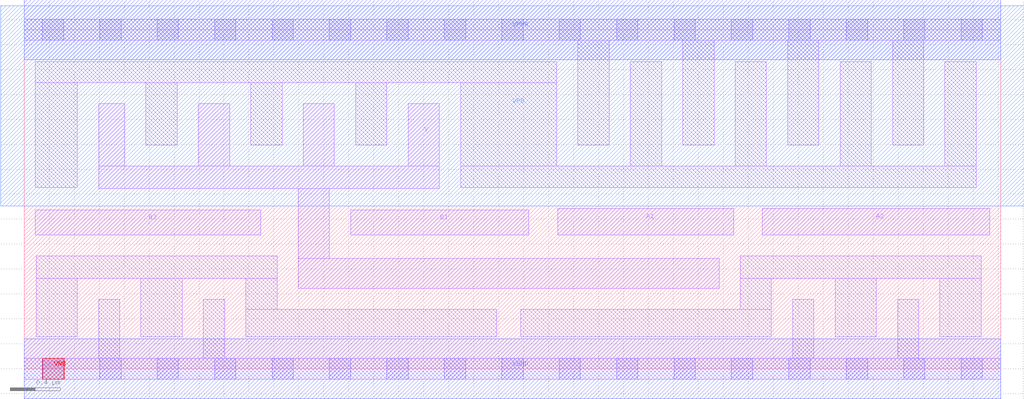
<source format=lef>
# Copyright 2020 The SkyWater PDK Authors
#
# Licensed under the Apache License, Version 2.0 (the "License");
# you may not use this file except in compliance with the License.
# You may obtain a copy of the License at
#
#     https://www.apache.org/licenses/LICENSE-2.0
#
# Unless required by applicable law or agreed to in writing, software
# distributed under the License is distributed on an "AS IS" BASIS,
# WITHOUT WARRANTIES OR CONDITIONS OF ANY KIND, either express or implied.
# See the License for the specific language governing permissions and
# limitations under the License.
#
# SPDX-License-Identifier: Apache-2.0

VERSION 5.7 ;
  NOWIREEXTENSIONATPIN ON ;
  DIVIDERCHAR "/" ;
  BUSBITCHARS "[]" ;
MACRO sky130_fd_sc_hd__a22oi_4
  CLASS CORE ;
  FOREIGN sky130_fd_sc_hd__a22oi_4 ;
  ORIGIN  0.000000  0.000000 ;
  SIZE  7.820000 BY  2.720000 ;
  SYMMETRY X Y R90 ;
  SITE unithd ;
  PIN A1
    ANTENNAGATEAREA  0.990000 ;
    DIRECTION INPUT ;
    USE SIGNAL ;
    PORT
      LAYER li1 ;
        RECT 4.275000 1.075000 5.685000 1.285000 ;
    END
  END A1
  PIN A2
    ANTENNAGATEAREA  0.990000 ;
    DIRECTION INPUT ;
    USE SIGNAL ;
    PORT
      LAYER li1 ;
        RECT 5.910000 1.075000 7.735000 1.285000 ;
    END
  END A2
  PIN B1
    ANTENNAGATEAREA  0.990000 ;
    DIRECTION INPUT ;
    USE SIGNAL ;
    PORT
      LAYER li1 ;
        RECT 2.615000 1.075000 4.040000 1.275000 ;
    END
  END B1
  PIN B2
    ANTENNAGATEAREA  0.990000 ;
    DIRECTION INPUT ;
    USE SIGNAL ;
    PORT
      LAYER li1 ;
        RECT 0.090000 1.075000 1.895000 1.275000 ;
    END
  END B2
  PIN Y
    ANTENNADIFFAREA  1.782000 ;
    DIRECTION OUTPUT ;
    USE SIGNAL ;
    PORT
      LAYER li1 ;
        RECT 0.595000 1.445000 3.325000 1.625000 ;
        RECT 0.595000 1.625000 0.805000 2.125000 ;
        RECT 1.395000 1.625000 1.645000 2.125000 ;
        RECT 2.195000 0.645000 5.565000 0.885000 ;
        RECT 2.195000 0.885000 2.445000 1.445000 ;
        RECT 2.235000 1.625000 2.485000 2.125000 ;
        RECT 3.075000 1.625000 3.325000 2.125000 ;
    END
  END Y
  PIN VGND
    DIRECTION INOUT ;
    SHAPE ABUTMENT ;
    USE GROUND ;
    PORT
      LAYER met1 ;
        RECT 0.000000 -0.240000 7.820000 0.240000 ;
    END
  END VGND
  PIN VNB
    DIRECTION INOUT ;
    USE GROUND ;
    PORT
      LAYER pwell ;
        RECT 0.150000 -0.085000 0.320000 0.085000 ;
    END
  END VNB
  PIN VPB
    DIRECTION INOUT ;
    USE POWER ;
    PORT
      LAYER nwell ;
        RECT -0.190000 1.305000 8.010000 2.910000 ;
    END
  END VPB
  PIN VPWR
    DIRECTION INOUT ;
    SHAPE ABUTMENT ;
    USE POWER ;
    PORT
      LAYER met1 ;
        RECT 0.000000 2.480000 7.820000 2.960000 ;
    END
  END VPWR
  OBS
    LAYER li1 ;
      RECT 0.000000 -0.085000 7.820000 0.085000 ;
      RECT 0.000000  2.635000 7.820000 2.805000 ;
      RECT 0.090000  1.455000 0.425000 2.295000 ;
      RECT 0.090000  2.295000 4.265000 2.465000 ;
      RECT 0.095000  0.255000 0.425000 0.725000 ;
      RECT 0.095000  0.725000 2.025000 0.905000 ;
      RECT 0.595000  0.085000 0.765000 0.555000 ;
      RECT 0.935000  0.255000 1.265000 0.725000 ;
      RECT 0.975000  1.795000 1.225000 2.295000 ;
      RECT 1.435000  0.085000 1.605000 0.555000 ;
      RECT 1.775000  0.255000 3.785000 0.475000 ;
      RECT 1.775000  0.475000 2.025000 0.725000 ;
      RECT 1.815000  1.795000 2.065000 2.295000 ;
      RECT 2.655000  1.795000 2.905000 2.295000 ;
      RECT 3.495000  1.455000 7.625000 1.625000 ;
      RECT 3.495000  1.625000 4.265000 2.295000 ;
      RECT 3.975000  0.255000 5.985000 0.475000 ;
      RECT 4.435000  1.795000 4.685000 2.635000 ;
      RECT 4.855000  1.625000 5.105000 2.465000 ;
      RECT 5.275000  1.795000 5.525000 2.635000 ;
      RECT 5.695000  1.625000 5.945000 2.465000 ;
      RECT 5.735000  0.475000 5.985000 0.725000 ;
      RECT 5.735000  0.725000 7.665000 0.905000 ;
      RECT 6.115000  1.795000 6.365000 2.635000 ;
      RECT 6.155000  0.085000 6.325000 0.555000 ;
      RECT 6.495000  0.255000 6.825000 0.725000 ;
      RECT 6.535000  1.625000 6.785000 2.465000 ;
      RECT 6.955000  1.795000 7.205000 2.635000 ;
      RECT 6.995000  0.085000 7.165000 0.555000 ;
      RECT 7.335000  0.255000 7.665000 0.725000 ;
      RECT 7.375000  1.625000 7.625000 2.465000 ;
    LAYER mcon ;
      RECT 0.145000 -0.085000 0.315000 0.085000 ;
      RECT 0.145000  2.635000 0.315000 2.805000 ;
      RECT 0.605000 -0.085000 0.775000 0.085000 ;
      RECT 0.605000  2.635000 0.775000 2.805000 ;
      RECT 1.065000 -0.085000 1.235000 0.085000 ;
      RECT 1.065000  2.635000 1.235000 2.805000 ;
      RECT 1.525000 -0.085000 1.695000 0.085000 ;
      RECT 1.525000  2.635000 1.695000 2.805000 ;
      RECT 1.985000 -0.085000 2.155000 0.085000 ;
      RECT 1.985000  2.635000 2.155000 2.805000 ;
      RECT 2.445000 -0.085000 2.615000 0.085000 ;
      RECT 2.445000  2.635000 2.615000 2.805000 ;
      RECT 2.905000 -0.085000 3.075000 0.085000 ;
      RECT 2.905000  2.635000 3.075000 2.805000 ;
      RECT 3.365000 -0.085000 3.535000 0.085000 ;
      RECT 3.365000  2.635000 3.535000 2.805000 ;
      RECT 3.825000 -0.085000 3.995000 0.085000 ;
      RECT 3.825000  2.635000 3.995000 2.805000 ;
      RECT 4.285000 -0.085000 4.455000 0.085000 ;
      RECT 4.285000  2.635000 4.455000 2.805000 ;
      RECT 4.745000 -0.085000 4.915000 0.085000 ;
      RECT 4.745000  2.635000 4.915000 2.805000 ;
      RECT 5.205000 -0.085000 5.375000 0.085000 ;
      RECT 5.205000  2.635000 5.375000 2.805000 ;
      RECT 5.665000 -0.085000 5.835000 0.085000 ;
      RECT 5.665000  2.635000 5.835000 2.805000 ;
      RECT 6.125000 -0.085000 6.295000 0.085000 ;
      RECT 6.125000  2.635000 6.295000 2.805000 ;
      RECT 6.585000 -0.085000 6.755000 0.085000 ;
      RECT 6.585000  2.635000 6.755000 2.805000 ;
      RECT 7.045000 -0.085000 7.215000 0.085000 ;
      RECT 7.045000  2.635000 7.215000 2.805000 ;
      RECT 7.505000 -0.085000 7.675000 0.085000 ;
      RECT 7.505000  2.635000 7.675000 2.805000 ;
  END
END sky130_fd_sc_hd__a22oi_4
END LIBRARY

</source>
